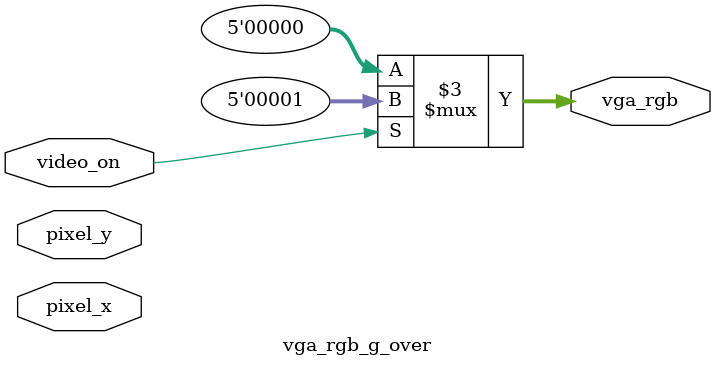
<source format=v>
module vga_rgb_g_over(
    input video_on,
    input [10:0] pixel_x, pixel_y,
    output reg [4:0] vga_rgb
    );

    always @(*)
        begin
        if (video_on)
            vga_rgb = 5'b00001;
        else
            vga_rgb = 5'b00000;
        end
endmodule

 

</source>
